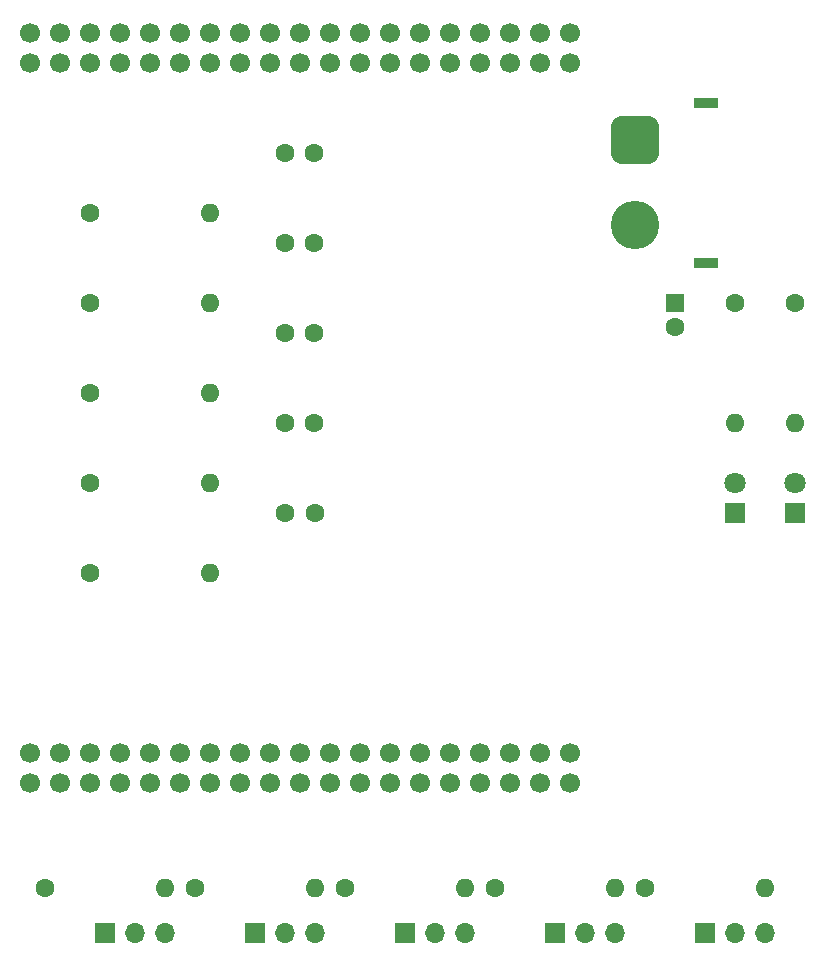
<source format=gbr>
%TF.GenerationSoftware,KiCad,Pcbnew,8.0.1*%
%TF.CreationDate,2024-10-19T15:00:55+09:00*%
%TF.ProjectId,kadai1,6b616461-6931-42e6-9b69-6361645f7063,rev?*%
%TF.SameCoordinates,PX4509570PY2f3c490*%
%TF.FileFunction,Soldermask,Top*%
%TF.FilePolarity,Negative*%
%FSLAX46Y46*%
G04 Gerber Fmt 4.6, Leading zero omitted, Abs format (unit mm)*
G04 Created by KiCad (PCBNEW 8.0.1) date 2024-10-19 15:00:55*
%MOMM*%
%LPD*%
G01*
G04 APERTURE LIST*
G04 Aperture macros list*
%AMRoundRect*
0 Rectangle with rounded corners*
0 $1 Rounding radius*
0 $2 $3 $4 $5 $6 $7 $8 $9 X,Y pos of 4 corners*
0 Add a 4 corners polygon primitive as box body*
4,1,4,$2,$3,$4,$5,$6,$7,$8,$9,$2,$3,0*
0 Add four circle primitives for the rounded corners*
1,1,$1+$1,$2,$3*
1,1,$1+$1,$4,$5*
1,1,$1+$1,$6,$7*
1,1,$1+$1,$8,$9*
0 Add four rect primitives between the rounded corners*
20,1,$1+$1,$2,$3,$4,$5,0*
20,1,$1+$1,$4,$5,$6,$7,0*
20,1,$1+$1,$6,$7,$8,$9,0*
20,1,$1+$1,$8,$9,$2,$3,0*%
G04 Aperture macros list end*
%ADD10C,1.600000*%
%ADD11O,1.600000X1.600000*%
%ADD12R,1.700000X1.700000*%
%ADD13O,1.700000X1.700000*%
%ADD14R,1.800000X1.800000*%
%ADD15C,1.800000*%
%ADD16C,1.700000*%
%ADD17R,1.600000X1.600000*%
%ADD18R,2.000000X0.900000*%
%ADD19RoundRect,1.025000X-1.025000X1.025000X-1.025000X-1.025000X1.025000X-1.025000X1.025000X1.025000X0*%
%ADD20C,4.100000*%
G04 APERTURE END LIST*
D10*
%TO.C,R2*%
X63500000Y-26670000D03*
D11*
X63500000Y-36830000D03*
%TD*%
D12*
%TO.C,J3*%
X48275000Y-80010000D03*
D13*
X50815000Y-80010000D03*
X53355000Y-80010000D03*
%TD*%
D10*
%TO.C,R10*%
X17780000Y-76200000D03*
D11*
X27940000Y-76200000D03*
%TD*%
D10*
%TO.C,R9*%
X8890000Y-41910000D03*
D11*
X19050000Y-41910000D03*
%TD*%
D10*
%TO.C,C6*%
X25400000Y-13970000D03*
X27900000Y-13970000D03*
%TD*%
D12*
%TO.C,J5*%
X22875000Y-80010000D03*
D13*
X25415000Y-80010000D03*
X27955000Y-80010000D03*
%TD*%
D10*
%TO.C,R8*%
X55880000Y-76200000D03*
D11*
X66040000Y-76200000D03*
%TD*%
D10*
%TO.C,R4*%
X8890000Y-26670000D03*
D11*
X19050000Y-26670000D03*
%TD*%
D10*
%TO.C,C5*%
X25400000Y-21590000D03*
X27900000Y-21590000D03*
%TD*%
D14*
%TO.C,D2*%
X63500000Y-44450000D03*
D15*
X63500000Y-41910000D03*
%TD*%
D10*
%TO.C,R11*%
X8890000Y-49530000D03*
D11*
X19050000Y-49530000D03*
%TD*%
D10*
%TO.C,C4*%
X25400000Y-29210000D03*
X27900000Y-29210000D03*
%TD*%
D12*
%TO.C,J6*%
X10160000Y-80010000D03*
D13*
X12700000Y-80010000D03*
X15240000Y-80010000D03*
%TD*%
D14*
%TO.C,D1*%
X68580000Y-44450000D03*
D15*
X68580000Y-41910000D03*
%TD*%
D10*
%TO.C,R6*%
X8890000Y-34290000D03*
D11*
X19050000Y-34290000D03*
%TD*%
D10*
%TO.C,R1*%
X68580000Y-26670000D03*
D11*
X68580000Y-36830000D03*
%TD*%
D16*
%TO.C,U6*%
X19050000Y-64770000D03*
X11430000Y-67310000D03*
X16510000Y-64770000D03*
X11430000Y-6350000D03*
X8890000Y-67310000D03*
X44450000Y-67310000D03*
X31750000Y-64770000D03*
X11430000Y-3810000D03*
X8890000Y-64770000D03*
X24130000Y-64770000D03*
X21590000Y-64770000D03*
X36830000Y-64770000D03*
X39370000Y-64770000D03*
X46990000Y-6350000D03*
X49530000Y-6350000D03*
X41910000Y-64770000D03*
X16510000Y-6350000D03*
X19050000Y-6350000D03*
X21590000Y-6350000D03*
X31750000Y-6350000D03*
X29210000Y-6350000D03*
X44450000Y-6350000D03*
X19050000Y-3810000D03*
X16510000Y-3810000D03*
X19050000Y-67310000D03*
X21590000Y-67310000D03*
X24130000Y-67310000D03*
X6350000Y-64770000D03*
X39370000Y-67310000D03*
X41910000Y-67310000D03*
X44450000Y-64770000D03*
X31750000Y-3810000D03*
X29210000Y-3810000D03*
X41910000Y-6350000D03*
X36830000Y-6350000D03*
X39370000Y-6350000D03*
X24130000Y-6350000D03*
X29210000Y-67310000D03*
X6350000Y-6350000D03*
X8890000Y-6350000D03*
X34290000Y-6350000D03*
X21590000Y-3810000D03*
X39370000Y-3810000D03*
X36830000Y-3810000D03*
X34290000Y-3810000D03*
X49530000Y-64770000D03*
X46990000Y-64770000D03*
X46990000Y-67310000D03*
X49530000Y-67310000D03*
X44450000Y-3810000D03*
X8890000Y-3810000D03*
X6350000Y-3810000D03*
X26670000Y-6350000D03*
X3810000Y-3810000D03*
X3810000Y-6350000D03*
X3810000Y-67310000D03*
X3810000Y-64770000D03*
X6350000Y-67310000D03*
X31750000Y-67310000D03*
X34290000Y-67310000D03*
X36830000Y-67310000D03*
X26670000Y-67310000D03*
X11430000Y-64770000D03*
X26670000Y-64770000D03*
X29210000Y-64770000D03*
X13970000Y-6350000D03*
X26670000Y-3810000D03*
X41910000Y-3810000D03*
X16510000Y-67310000D03*
X13970000Y-64770000D03*
X13970000Y-67310000D03*
X34290000Y-64770000D03*
X13970000Y-3810000D03*
X24130000Y-3810000D03*
X46990000Y-3810000D03*
X49530000Y-3810000D03*
%TD*%
D10*
%TO.C,C2*%
X25440000Y-44450000D03*
X27940000Y-44450000D03*
%TD*%
%TO.C,C3*%
X25400000Y-36830000D03*
X27900000Y-36830000D03*
%TD*%
D17*
%TO.C,C1*%
X58420000Y-26670000D03*
D10*
X58420000Y-28670000D03*
%TD*%
D12*
%TO.C,J2*%
X60960000Y-80010000D03*
D13*
X63500000Y-80010000D03*
X66040000Y-80010000D03*
%TD*%
D12*
%TO.C,J4*%
X35560000Y-80010000D03*
D13*
X38100000Y-80010000D03*
X40640000Y-80010000D03*
%TD*%
D10*
%TO.C,R5*%
X43180000Y-76200000D03*
D11*
X53340000Y-76200000D03*
%TD*%
D18*
%TO.C,J1*%
X61080000Y-9760000D03*
X61080000Y-23260000D03*
D19*
X55080000Y-12910000D03*
D20*
X55080000Y-20110000D03*
%TD*%
D10*
%TO.C,R12*%
X5080000Y-76200000D03*
D11*
X15240000Y-76200000D03*
%TD*%
D10*
%TO.C,R7*%
X30480000Y-76200000D03*
D11*
X40640000Y-76200000D03*
%TD*%
D10*
%TO.C,R3*%
X8890000Y-19050000D03*
D11*
X19050000Y-19050000D03*
%TD*%
M02*

</source>
